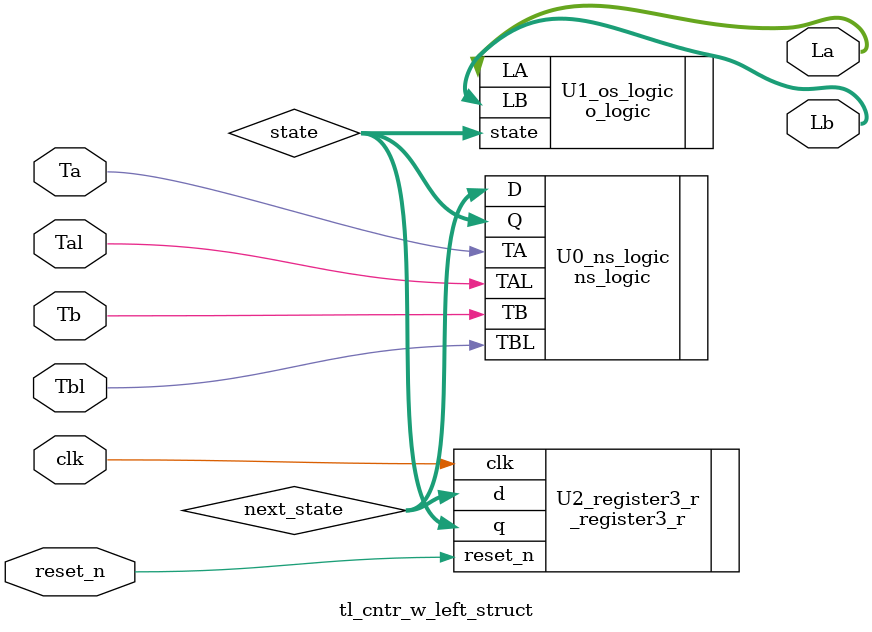
<source format=v>
module tl_cntr_w_left_struct(clk, reset_n, Ta, Tb, La, Lb, Tbl, Tal);
    // Inputs
    input clk, reset_n, Ta, Tb, Tal, Tbl; // Clock, reset, and input signals
    
    // Outputs
    output [1:0] La, Lb; // 2-bit outputs La, Lb
    
    // Internal wires
    wire [2:0] next_state; // 3-bit next state wire
    wire [2:0] state;      // 3-bit state wire

    // Instantiate ns_logic module
    ns_logic U0_ns_logic(.TA(Ta), .TB(Tb), .TAL(Tal), .TBL(Tbl), .Q(state), .D(next_state));
    
    // Instantiate o_logic module
    o_logic U1_os_logic(.state(state), .LA(La), .LB(Lb));
    
    // Instantiate _register3_r module
    _register3_r U2_register3_r(.clk(clk), .reset_n(reset_n), .d(next_state), .q(state));
endmodule

</source>
